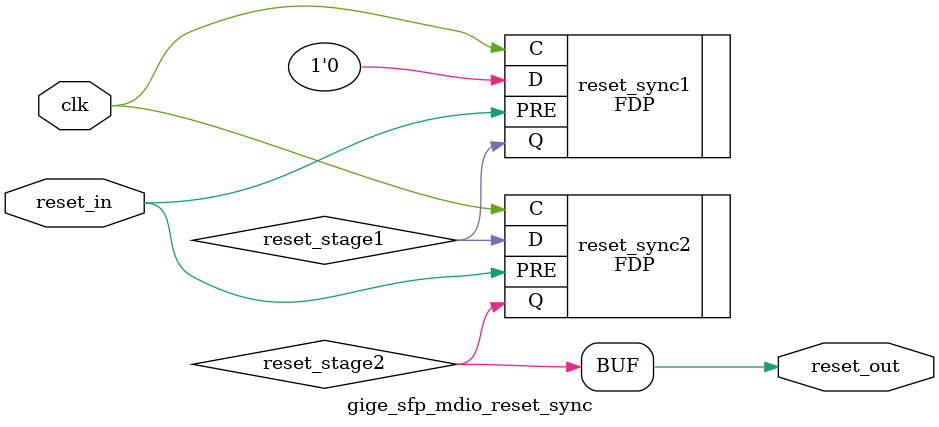
<source format=v>

`timescale 1ps/1ps

module gige_sfp_mdio_reset_sync #(
  parameter INITIALISE = 2'b11
)
(
   input       reset_in,
   input       clk,
   output      reset_out
);


  (* shreg_extract = "no", ASYNC_REG = "TRUE" *)
  wire  reset_stage1;

  (* shreg_extract = "no", ASYNC_REG = "TRUE" *)
  wire  reset_stage2;

  FDP #(
   .INIT (INITIALISE[0])
  ) reset_sync1 (
  .C  (clk), 
  .PRE(reset_in),
  .D  (1'b0),
  .Q  (reset_stage1) 
  );
  
  FDP #(
   .INIT (INITIALISE[1])
  ) reset_sync2 (
  .C  (clk), 
  .PRE(reset_in),
  .D  (reset_stage1),
  .Q  (reset_stage2) 
  );


assign reset_out = reset_stage2;



endmodule

</source>
